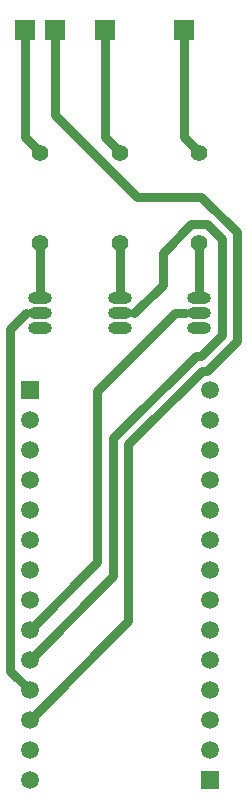
<source format=gbl>
G04*
G04 #@! TF.GenerationSoftware,Altium Limited,Altium Designer,21.8.1 (53)*
G04*
G04 Layer_Physical_Order=2*
G04 Layer_Color=16711680*
%FSLAX43Y43*%
%MOMM*%
G71*
G04*
G04 #@! TF.SameCoordinates,66F54AA5-4339-448A-9D2F-A4C3E20FB0C7*
G04*
G04*
G04 #@! TF.FilePolarity,Positive*
G04*
G01*
G75*
%ADD21R,1.500X1.500*%
%ADD22C,1.500*%
%ADD23O,2.000X1.000*%
%ADD24O,2.000X1.000*%
%ADD25C,1.400*%
%ADD26R,1.778X1.778*%
%ADD27C,0.762*%
D21*
X2667Y35052D02*
D03*
X17907Y2032D02*
D03*
D22*
X2667Y32512D02*
D03*
Y29972D02*
D03*
Y27432D02*
D03*
Y24892D02*
D03*
Y22352D02*
D03*
Y19812D02*
D03*
Y17272D02*
D03*
Y14732D02*
D03*
Y12192D02*
D03*
Y9652D02*
D03*
Y7112D02*
D03*
Y4572D02*
D03*
Y2032D02*
D03*
X17907Y4572D02*
D03*
Y7112D02*
D03*
Y9652D02*
D03*
Y12192D02*
D03*
Y14732D02*
D03*
Y17272D02*
D03*
Y19812D02*
D03*
Y22352D02*
D03*
Y24892D02*
D03*
Y27432D02*
D03*
Y29972D02*
D03*
Y32512D02*
D03*
Y35052D02*
D03*
D23*
X3560Y40259D02*
D03*
Y41529D02*
D03*
X10287Y40259D02*
D03*
Y41529D02*
D03*
X17014Y40259D02*
D03*
Y41529D02*
D03*
D24*
X3560Y42799D02*
D03*
X10287D02*
D03*
X17014D02*
D03*
D25*
X10287Y47498D02*
D03*
Y55118D02*
D03*
X3560Y47498D02*
D03*
Y55118D02*
D03*
X17014Y47498D02*
D03*
Y55118D02*
D03*
D26*
X4831Y65532D02*
D03*
X2290D02*
D03*
X9017D02*
D03*
X15743D02*
D03*
D27*
X8389Y34932D02*
X14986Y41529D01*
X17672Y49087D02*
X18903Y47856D01*
Y39684D02*
Y47856D01*
X17180Y37961D02*
X18903Y39684D01*
X16702Y37961D02*
X17180D01*
X4831Y58327D02*
Y65532D01*
Y58327D02*
X11737Y51421D01*
X17134D01*
X20173Y48382D01*
Y39158D02*
Y48382D01*
X17706Y36691D02*
X20173Y39158D01*
X17228Y36691D02*
X17706D01*
X11025Y30488D02*
X17228Y36691D01*
X11025Y15470D02*
Y30488D01*
X2667Y7112D02*
X11025Y15470D01*
X2667Y12192D02*
X9755Y19280D01*
X8389Y20454D02*
Y34932D01*
X2667Y14732D02*
X8389Y20454D01*
X9755Y31014D02*
X16702Y37961D01*
X9755Y19280D02*
Y31014D01*
X13918Y46650D02*
X16355Y49087D01*
X17672D01*
X1028Y40191D02*
X2366Y41529D01*
X1028Y11291D02*
Y40191D01*
X2366Y41529D02*
X2366D01*
X1028Y11291D02*
X2667Y9652D01*
X13918Y43966D02*
Y46650D01*
X11481Y41529D02*
X13918Y43966D01*
X11481Y41529D02*
X11481D01*
X17014Y43312D02*
X17018Y43307D01*
X17014Y43312D02*
Y47498D01*
X15819Y41529D02*
X15819Y41529D01*
X14986Y41529D02*
X15819D01*
X10287Y43307D02*
Y47498D01*
X17014Y55118D02*
Y55184D01*
X15743Y56454D02*
Y65532D01*
Y56454D02*
X17014Y55184D01*
X9017Y56454D02*
Y65532D01*
Y56454D02*
X10287Y55184D01*
X3556Y43364D02*
Y47493D01*
X3048Y42918D02*
X3110D01*
X3560Y55118D02*
Y55184D01*
X10287Y55118D02*
Y55184D01*
X3556Y47493D02*
X3560Y47498D01*
X2290Y56454D02*
Y65532D01*
Y56454D02*
X3560Y55184D01*
M02*

</source>
